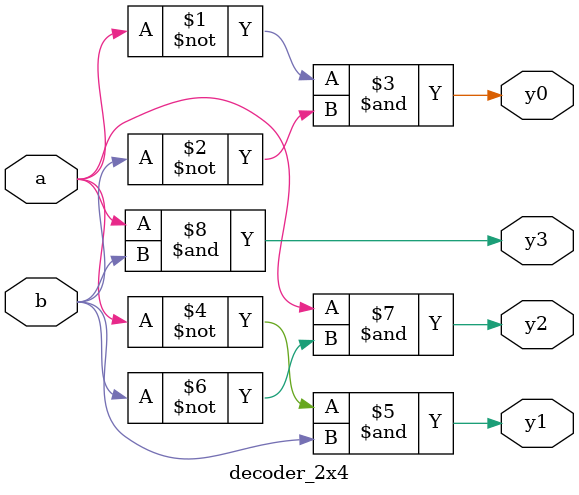
<source format=v>
module decoder_2x4 (
    input a,
    input b,
    output y0,
    output y1,
    output y2,
    output y3
);
    assign y0 = ~a & ~b;
    assign y1 = ~a &  b;
    assign y2 =  a & ~b;
    assign y3 =  a &  b;
endmodule

</source>
